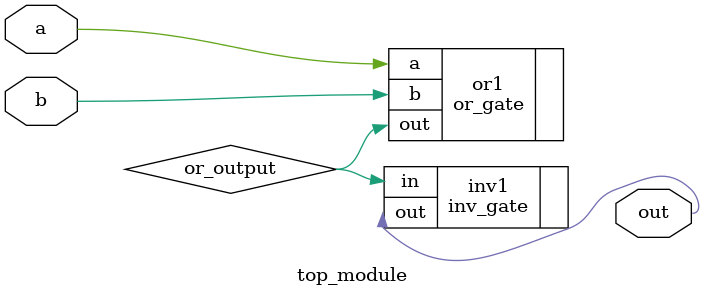
<source format=sv>
module top_module(
	input a, 
	input b,
	output out
);
    wire or_output;
    
    // OR gate
    or_gate or1(
        .a(a),
        .b(b),
        .out(or_output)
    );
    
    // Inverter
    inv_gate inv1(
        .in(or_output),
        .out(out)
    );
    
endmodule

</source>
